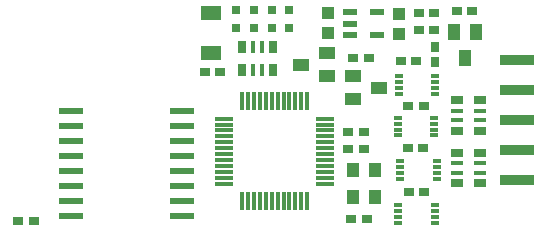
<source format=gbr>
%TF.GenerationSoftware,KiCad,Pcbnew,(6.0.7)*%
%TF.CreationDate,2022-09-07T18:04:23+02:00*%
%TF.ProjectId,BMP2_Railgun,424d5032-5f52-4616-996c-67756e2e6b69,rev?*%
%TF.SameCoordinates,Original*%
%TF.FileFunction,Paste,Top*%
%TF.FilePolarity,Positive*%
%FSLAX46Y46*%
G04 Gerber Fmt 4.6, Leading zero omitted, Abs format (unit mm)*
G04 Created by KiCad (PCBNEW (6.0.7)) date 2022-09-07 18:04:23*
%MOMM*%
%LPD*%
G01*
G04 APERTURE LIST*
%ADD10R,0.650000X1.100000*%
%ADD11R,0.450000X1.100000*%
%ADD12R,3.000000X0.850000*%
%ADD13R,1.000000X1.400000*%
%ADD14R,1.400000X1.000000*%
%ADD15R,1.700000X1.200000*%
%ADD16R,1.100000X0.650000*%
%ADD17R,1.100000X0.450000*%
%ADD18R,0.900000X0.700000*%
%ADD19R,0.700000X0.900000*%
%ADD20R,1.100000X1.300000*%
%ADD21R,0.800000X0.800000*%
%ADD22R,0.800000X0.300000*%
%ADD23R,2.000000X0.600000*%
%ADD24R,1.200000X0.600000*%
%ADD25R,1.000000X1.100000*%
%ADD26R,1.500000X0.300000*%
%ADD27R,0.300000X1.500000*%
G04 APERTURE END LIST*
D10*
%TO.C,R1*%
X87600000Y-100100000D03*
D11*
X88500000Y-100100000D03*
X89300000Y-100100000D03*
D10*
X90200000Y-100100000D03*
X90200000Y-98200000D03*
D11*
X89300000Y-98200000D03*
X88500000Y-98200000D03*
D10*
X87600000Y-98200000D03*
%TD*%
D12*
%TO.C,X2*%
X110850000Y-99250000D03*
X110850000Y-101790000D03*
X110850000Y-104330000D03*
X110850000Y-106870000D03*
X110850000Y-109410000D03*
%TD*%
D13*
%TO.C,VT3*%
X107425000Y-96900000D03*
X105525000Y-96900000D03*
X106475000Y-99100000D03*
%TD*%
D14*
%TO.C,VT2*%
X94800000Y-100600000D03*
X94800000Y-98700000D03*
X92600000Y-99650000D03*
%TD*%
%TO.C,VT1*%
X96950000Y-100650000D03*
X96950000Y-102550000D03*
X99150000Y-101600000D03*
%TD*%
D15*
%TO.C,SW1*%
X84925000Y-98645000D03*
X84925000Y-95245000D03*
%TD*%
D16*
%TO.C,R15*%
X105825000Y-107100000D03*
D17*
X105825000Y-108000000D03*
X105825000Y-108800000D03*
D16*
X105825000Y-109700000D03*
X107725000Y-109700000D03*
D17*
X107725000Y-108800000D03*
X107725000Y-108000000D03*
D16*
X107725000Y-107100000D03*
%TD*%
%TO.C,R14*%
X105825000Y-102675000D03*
D17*
X105825000Y-103575000D03*
X105825000Y-104375000D03*
D16*
X105825000Y-105275000D03*
X107725000Y-105275000D03*
D17*
X107725000Y-104375000D03*
X107725000Y-103575000D03*
D16*
X107725000Y-102675000D03*
%TD*%
D18*
%TO.C,R13*%
X105800000Y-95125000D03*
X107100000Y-95125000D03*
%TD*%
%TO.C,R12*%
X101050000Y-99375000D03*
X102350000Y-99375000D03*
%TD*%
%TO.C,R11*%
X102575000Y-96700000D03*
X103875000Y-96700000D03*
%TD*%
D19*
%TO.C,R10*%
X103900000Y-99450000D03*
X103900000Y-98150000D03*
%TD*%
D18*
%TO.C,R4*%
X85750000Y-100270000D03*
X84450000Y-100270000D03*
%TD*%
D20*
%TO.C,Q1*%
X98850000Y-110900000D03*
X98850000Y-108600000D03*
X96950000Y-108600000D03*
X96950000Y-110900000D03*
%TD*%
D21*
%TO.C,LED4*%
X91600000Y-96550000D03*
X91600000Y-95050000D03*
%TD*%
%TO.C,LED3*%
X90125000Y-96550000D03*
X90125000Y-95050000D03*
%TD*%
%TO.C,LED2*%
X88625000Y-96550000D03*
X88625000Y-95050000D03*
%TD*%
%TO.C,LED1*%
X87100000Y-96550000D03*
X87100000Y-95050000D03*
%TD*%
D22*
%TO.C,IC8*%
X100800000Y-111550000D03*
X100800000Y-112050000D03*
X100800000Y-112550000D03*
X100800000Y-113050000D03*
X103900000Y-113050000D03*
X103900000Y-112550000D03*
X103900000Y-112050000D03*
X103900000Y-111550000D03*
%TD*%
%TO.C,IC7*%
X100775000Y-104150000D03*
X100775000Y-104650000D03*
X100775000Y-105150000D03*
X100775000Y-105650000D03*
X103875000Y-105650000D03*
X103875000Y-105150000D03*
X103875000Y-104650000D03*
X103875000Y-104150000D03*
%TD*%
%TO.C,IC6*%
X101000000Y-107825000D03*
X101000000Y-108325000D03*
X101000000Y-108825000D03*
X101000000Y-109325000D03*
X104100000Y-109325000D03*
X104100000Y-108825000D03*
X104100000Y-108325000D03*
X104100000Y-107825000D03*
%TD*%
%TO.C,IC5*%
X100850000Y-100650000D03*
X100850000Y-101150000D03*
X100850000Y-101650000D03*
X100850000Y-102150000D03*
X103950000Y-102150000D03*
X103950000Y-101650000D03*
X103950000Y-101150000D03*
X103950000Y-100650000D03*
%TD*%
D23*
%TO.C,IC3*%
X73125000Y-103600000D03*
X73125000Y-104870000D03*
X73125000Y-106140000D03*
X73125000Y-107410000D03*
X73125000Y-108680000D03*
X73125000Y-109950000D03*
X73125000Y-111220000D03*
X73125000Y-112490000D03*
X82525000Y-112490000D03*
X82525000Y-111220000D03*
X82525000Y-109950000D03*
X82525000Y-108680000D03*
X82525000Y-107410000D03*
X82525000Y-106140000D03*
X82525000Y-104870000D03*
X82525000Y-103600000D03*
%TD*%
D24*
%TO.C,IC1*%
X96725000Y-95225000D03*
X96725000Y-96175000D03*
X96725000Y-97125000D03*
X99025000Y-97125000D03*
X99025000Y-95225000D03*
%TD*%
D18*
%TO.C,C22*%
X101700000Y-110475000D03*
X103000000Y-110475000D03*
%TD*%
%TO.C,C21*%
X101650000Y-106700000D03*
X102950000Y-106700000D03*
%TD*%
%TO.C,C19*%
X101675000Y-103150000D03*
X102975000Y-103150000D03*
%TD*%
%TO.C,C18*%
X102575000Y-95300000D03*
X103875000Y-95300000D03*
%TD*%
%TO.C,C10*%
X96575000Y-105400000D03*
X97875000Y-105400000D03*
%TD*%
%TO.C,C8*%
X69950000Y-112925000D03*
X68650000Y-112925000D03*
%TD*%
%TO.C,C6*%
X96575000Y-106800000D03*
X97875000Y-106800000D03*
%TD*%
D25*
%TO.C,C4*%
X100850000Y-97100000D03*
X100850000Y-95400000D03*
%TD*%
D18*
%TO.C,C3*%
X98150000Y-112700000D03*
X96850000Y-112700000D03*
%TD*%
%TO.C,C2*%
X97000000Y-99100000D03*
X98300000Y-99100000D03*
%TD*%
D25*
%TO.C,C1*%
X94900000Y-95250000D03*
X94900000Y-96950000D03*
%TD*%
D26*
%TO.C,IC4*%
X94600000Y-109725000D03*
X94600000Y-109225000D03*
X94600000Y-108725000D03*
X94600000Y-108225000D03*
X94600000Y-107725000D03*
X94600000Y-107225000D03*
X94600000Y-106725000D03*
X94600000Y-106225000D03*
X94600000Y-105725000D03*
X94600000Y-105225000D03*
X94600000Y-104725000D03*
X94600000Y-104225000D03*
D27*
X93100000Y-102725000D03*
X92600000Y-102725000D03*
X92100000Y-102725000D03*
X91600000Y-102725000D03*
X91100000Y-102725000D03*
X90600000Y-102725000D03*
X90100000Y-102725000D03*
X89600000Y-102725000D03*
X89100000Y-102725000D03*
X88600000Y-102725000D03*
X88100000Y-102725000D03*
X87600000Y-102725000D03*
D26*
X86100000Y-104225000D03*
X86100000Y-104725000D03*
X86100000Y-105225000D03*
X86100000Y-105725000D03*
X86100000Y-106225000D03*
X86100000Y-106725000D03*
X86100000Y-107225000D03*
X86100000Y-107725000D03*
X86100000Y-108225000D03*
X86100000Y-108725000D03*
X86100000Y-109225000D03*
X86100000Y-109725000D03*
D27*
X87600000Y-111225000D03*
X88100000Y-111225000D03*
X88600000Y-111225000D03*
X89100000Y-111225000D03*
X89600000Y-111225000D03*
X90100000Y-111225000D03*
X90600000Y-111225000D03*
X91100000Y-111225000D03*
X91600000Y-111225000D03*
X92100000Y-111225000D03*
X92600000Y-111225000D03*
X93100000Y-111225000D03*
%TD*%
M02*

</source>
